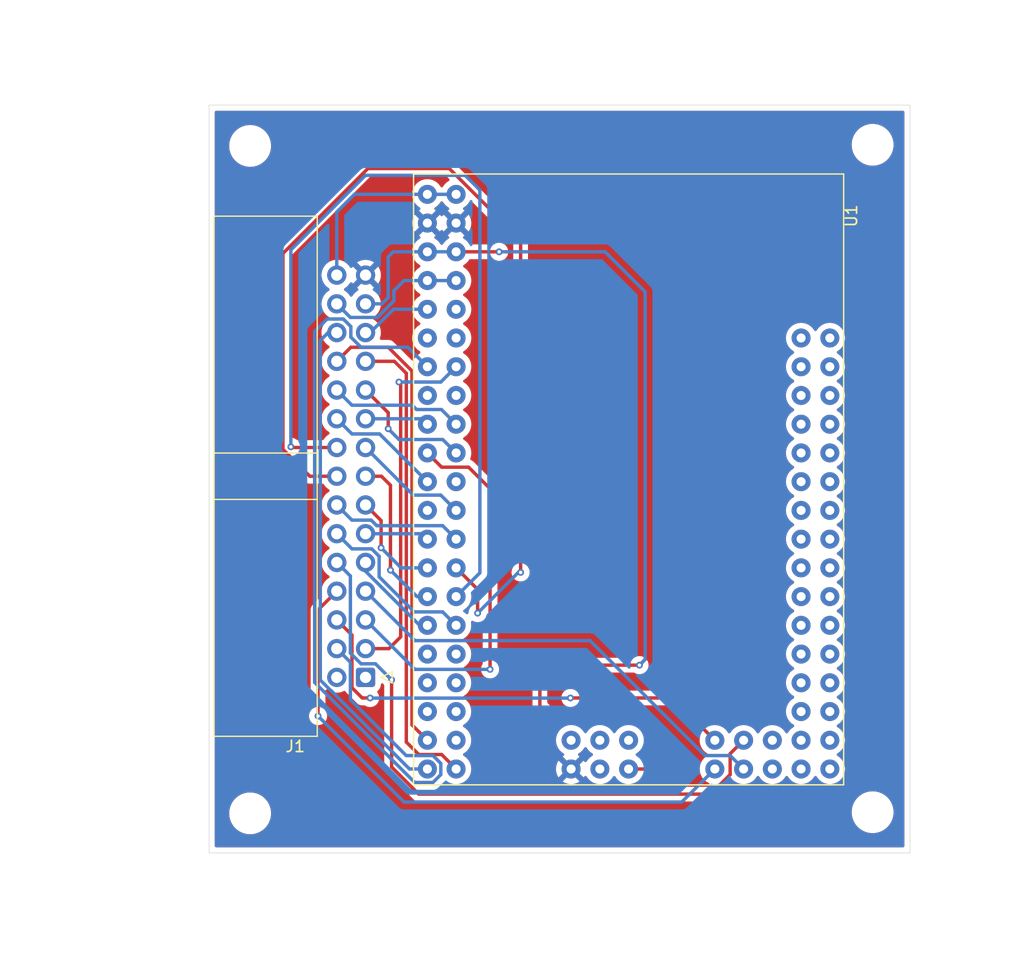
<source format=kicad_pcb>
(kicad_pcb (version 20240108) (generator "pcbnew") (generator_version "8.0")
  (layers (0 "F.Cu" signal) (31 "B.Cu" signal) (34 "B.Paste" user) (35 "F.Paste" user) (36 "B.SilkS" user "B.Silkscreen") (37 "F.SilkS" user "F.Silkscreen") (38 "B.Mask" user) (39 "F.Mask" user) (44 "Edge.Cuts" user))
  (net 0 "")
  (net 1 "PWM4")
  (net 2 "LED3")
  (net 3 "5V")
  (net 4 "RX1")
  (net 5 "LED1")
  (net 6 "LED2")
  (net 7 "TX1")
  (net 8 "GND")
  (net 9 "CSE")
  (net 10 "CLK")
  (net 11 "SDA")
  (net 12 "MOSI")
  (net 13 "TX2")
  (net 14 "VIN")
  (net 16 "TX3")
  (net 17 "PWM3")
  (net 18 "~{RESET}")
  (net 19 "MISO")
  (net 20 "RX3")
  (net 21 "PWM2")
  (net 22 "PWM1")
  (net 23 "INT4")
  (net 24 "3.3V")
  (net 25 "RX2")
  (net 26 "INT5")
  (net 27 "SCL")
  (net 28 "CE")
  (net 30 "LED4")
  (footprint "MEGA_PRO_EMBED_CH340G___ATMEGA2560:MODULE_MEGA_PRO_EMBED_CH340G___ATMEGA2560" (layer "F.Cu") (at 122.34 78.68 -90)
    (property "Reference" "U1" (at -23.295 -19.685 90) (layer "F.SilkS"))
    (property "Value" "MEGA_PRO_EMBED_CH340G___ATMEGA2560")
    (fp_line (start -27 19) (end 27 19) (stroke (width 0.127)) (layer "F.SilkS"))
    (fp_line (start -27 19) (end -27 -19) (stroke (width 0.127)) (layer "F.SilkS"))
    (fp_line (start 27 19) (end 27 -19) (stroke (width 0.127)) (layer "F.SilkS"))
    (fp_line (start -27 -19) (end 27 -19) (stroke (width 0.127)) (layer "F.SilkS"))
    (pad "3V3_1" thru_hole circle (at -17.58 17.78 270) (size 1.6764 1.6764) (drill 0.8) (layers "*.Cu" "*.Mask") (net 24 "3.3V"))
    (pad "3V3_2" thru_hole circle (at -17.58 15.24 270) (size 1.6764 1.6764) (drill 0.8) (layers "*.Cu" "*.Mask") (net 24 "3.3V"))
    (pad "5V_1" thru_hole circle (at -20.12 17.78 270) (size 1.6764 1.6764) (drill 0.8) (layers "*.Cu" "*.Mask") (net 3 "5V"))
    (pad "5V_2" thru_hole circle (at -20.12 15.24 270) (size 1.6764 1.6764) (drill 0.8) (layers "*.Cu" "*.Mask") (net 3 "5V"))
    (pad "5V_3" thru_hole circle (at 25.6 0 270) (size 1.6764 1.6764) (drill 0.8) (layers "*.Cu" "*.Mask") (net 3 "5V"))
    (pad "A0" thru_hole circle (at -12.5 -17.78 270) (size 1.6764 1.6764) (drill 0.8) (layers "*.Cu" "*.Mask"))
    (pad "A1" thru_hole circle (at -12.5 -15.24 270) (size 1.6764 1.6764) (drill 0.8) (layers "*.Cu" "*.Mask"))
    (pad "A2" thru_hole circle (at -9.96 -17.78 270) (size 1.6764 1.6764) (drill 0.8) (layers "*.Cu" "*.Mask"))
    (pad "A3" thru_hole circle (at -9.96 -15.24 270) (size 1.6764 1.6764) (drill 0.8) (layers "*.Cu" "*.Mask"))
    (pad "A4" thru_hole circle (at -7.42 -17.78 270) (size 1.6764 1.6764) (drill 0.8) (layers "*.Cu" "*.Mask"))
    (pad "A5" thru_hole circle (at -7.42 -15.24 270) (size 1.6764 1.6764) (drill 0.8) (layers "*.Cu" "*.Mask"))
    (pad "A6" thru_hole circle (at -4.88 -17.78 270) (size 1.6764 1.6764) (drill 0.8) (layers "*.Cu" "*.Mask"))
    (pad "A7" thru_hole circle (at -4.88 -15.24 270) (size 1.6764 1.6764) (drill 0.8) (layers "*.Cu" "*.Mask"))
    (pad "A8" thru_hole circle (at -2.34 -17.78 270) (size 1.6764 1.6764) (drill 0.8) (layers "*.Cu" "*.Mask"))
    (pad "A9" thru_hole circle (at -2.34 -15.24 270) (size 1.6764 1.6764) (drill 0.8) (layers "*.Cu" "*.Mask"))
    (pad "A10" thru_hole circle (at 0.2 -17.78 270) (size 1.6764 1.6764) (drill 0.8) (layers "*.Cu" "*.Mask"))
    (pad "A11" thru_hole circle (at 0.2 -15.24 270) (size 1.6764 1.6764) (drill 0.8) (layers "*.Cu" "*.Mask"))
    (pad "A12" thru_hole circle (at 2.74 -17.78 270) (size 1.6764 1.6764) (drill 0.8) (layers "*.Cu" "*.Mask"))
    (pad "A13" thru_hole circle (at 2.74 -15.24 270) (size 1.6764 1.6764) (drill 0.8) (layers "*.Cu" "*.Mask"))
    (pad "A14" thru_hole circle (at 5.28 -17.78 270) (size 1.6764 1.6764) (drill 0.8) (layers "*.Cu" "*.Mask"))
    (pad "A15" thru_hole circle (at 5.28 -15.24 270) (size 1.6764 1.6764) (drill 0.8) (layers "*.Cu" "*.Mask"))
    (pad "AREF" thru_hole circle (at -15.04 15.24 270) (size 1.6764 1.6764) (drill 0.8) (layers "*.Cu" "*.Mask"))
    (pad "D2" thru_hole circle (at -9.96 15.24 270) (size 1.6764 1.6764) (drill 0.8) (layers "*.Cu" "*.Mask") (net 23 "INT4"))
    (pad "D3" thru_hole circle (at -9.96 17.78 270) (size 1.6764 1.6764) (drill 0.8) (layers "*.Cu" "*.Mask") (net 26 "INT5"))
    (pad "D4" thru_hole circle (at -7.42 15.24 270) (size 1.6764 1.6764) (drill 0.8) (layers "*.Cu" "*.Mask"))
    (pad "D5" thru_hole circle (at -7.42 17.78 270) (size 1.6764 1.6764) (drill 0.8) (layers "*.Cu" "*.Mask"))
    (pad "D6" thru_hole circle (at -4.88 15.24 270) (size 1.6764 1.6764) (drill 0.8) (layers "*.Cu" "*.Mask") (net 22 "PWM1"))
    (pad "D7" thru_hole circle (at -4.88 17.78 270) (size 1.6764 1.6764) (drill 0.8) (layers "*.Cu" "*.Mask") (net 21 "PWM2"))
    (pad "D8" thru_hole circle (at -2.34 15.24 270) (size 1.6764 1.6764) (drill 0.8) (layers "*.Cu" "*.Mask") (net 30 "LED4"))
    (pad "D9" thru_hole circle (at -2.34 17.78 270) (size 1.6764 1.6764) (drill 0.8) (layers "*.Cu" "*.Mask") (net 28 "CE"))
    (pad "D10" thru_hole circle (at 0.2 15.24 270) (size 1.6764 1.6764) (drill 0.8) (layers "*.Cu" "*.Mask"))
    (pad "D11" thru_hole circle (at 0.2 17.78 270) (size 1.6764 1.6764) (drill 0.8) (layers "*.Cu" "*.Mask") (net 17 "PWM3"))
    (pad "D12" thru_hole circle (at 2.74 15.24 270) (size 1.6764 1.6764) (drill 0.8) (layers "*.Cu" "*.Mask") (net 1 "PWM4"))
    (pad "D13" thru_hole circle (at 2.74 17.78 270) (size 1.6764 1.6764) (drill 0.8) (layers "*.Cu" "*.Mask"))
    (pad "D14" thru_hole circle (at 5.28 15.24 270) (size 1.6764 1.6764) (drill 0.8) (layers "*.Cu" "*.Mask") (net 16 "TX3"))
    (pad "D15" thru_hole circle (at 5.28 17.78 270) (size 1.6764 1.6764) (drill 0.8) (layers "*.Cu" "*.Mask") (net 20 "RX3"))
    (pad "D16" thru_hole circle (at 7.82 15.24 270) (size 1.6764 1.6764) (drill 0.8) (layers "*.Cu" "*.Mask") (net 13 "TX2"))
    (pad "D17" thru_hole circle (at 7.82 17.78 270) (size 1.6764 1.6764) (drill 0.8) (layers "*.Cu" "*.Mask") (net 25 "RX2"))
    (pad "D18" thru_hole circle (at 10.36 15.24 270) (size 1.6764 1.6764) (drill 0.8) (layers "*.Cu" "*.Mask") (net 7 "TX1"))
    (pad "D19" thru_hole circle (at 10.36 17.78 270) (size 1.6764 1.6764) (drill 0.8) (layers "*.Cu" "*.Mask") (net 4 "RX1"))
    (pad "D20" thru_hole circle (at 12.9 15.24 270) (size 1.6764 1.6764) (drill 0.8) (layers "*.Cu" "*.Mask") (net 11 "SDA"))
    (pad "D21" thru_hole circle (at 12.9 17.78 270) (size 1.6764 1.6764) (drill 0.8) (layers "*.Cu" "*.Mask") (net 27 "SCL"))
    (pad "D22" thru_hole circle (at 15.44 15.24 270) (size 1.6764 1.6764) (drill 0.8) (layers "*.Cu" "*.Mask"))
    (pad "D23" thru_hole circle (at 15.44 17.78 270) (size 1.6764 1.6764) (drill 0.8) (layers "*.Cu" "*.Mask"))
    (pad "D24" thru_hole circle (at 17.98 15.24 270) (size 1.6764 1.6764) (drill 0.8) (layers "*.Cu" "*.Mask"))
    (pad "D25" thru_hole circle (at 17.98 17.78 270) (size 1.6764 1.6764) (drill 0.8) (layers "*.Cu" "*.Mask"))
    (pad "D26" thru_hole circle (at 20.52 15.24 270) (size 1.6764 1.6764) (drill 0.8) (layers "*.Cu" "*.Mask"))
    (pad "D27" thru_hole circle (at 20.52 17.78 270) (size 1.6764 1.6764) (drill 0.8) (layers "*.Cu" "*.Mask"))
    (pad "D28" thru_hole circle (at 23.06 15.24 270) (size 1.6764 1.6764) (drill 0.8) (layers "*.Cu" "*.Mask"))
    (pad "D29" thru_hole circle (at 23.06 17.78 270) (size 1.6764 1.6764) (drill 0.8) (layers "*.Cu" "*.Mask") (net 2 "LED3"))
    (pad "D30" thru_hole circle (at 25.6 15.24 270) (size 1.6764 1.6764) (drill 0.8) (layers "*.Cu" "*.Mask") (net 6 "LED2"))
    (pad "D31" thru_hole circle (at 25.6 17.78 270) (size 1.6764 1.6764) (drill 0.8) (layers "*.Cu" "*.Mask") (net 5 "LED1"))
    (pad "D32" thru_hole circle (at 7.82 -17.78 270) (size 1.6764 1.6764) (drill 0.8) (layers "*.Cu" "*.Mask"))
    (pad "D33" thru_hole circle (at 7.82 -15.24 270) (size 1.6764 1.6764) (drill 0.8) (layers "*.Cu" "*.Mask"))
    (pad "D34" thru_hole circle (at 10.36 -17.78 270) (size 1.6764 1.6764) (drill 0.8) (layers "*.Cu" "*.Mask"))
    (pad "D35" thru_hole circle (at 10.36 -15.24 270) (size 1.6764 1.6764) (drill 0.8) (layers "*.Cu" "*.Mask"))
    (pad "D36" thru_hole circle (at 12.9 -17.78 270) (size 1.6764 1.6764) (drill 0.8) (layers "*.Cu" "*.Mask"))
    (pad "D37" thru_hole circle (at 12.9 -15.24 270) (size 1.6764 1.6764) (drill 0.8) (layers "*.Cu" "*.Mask"))
    (pad "D38" thru_hole circle (at 15.44 -17.78 270) (size 1.6764 1.6764) (drill 0.8) (layers "*.Cu" "*.Mask"))
    (pad "D39" thru_hole circle (at 15.44 -15.24 270) (size 1.6764 1.6764) (drill 0.8) (layers "*.Cu" "*.Mask"))
    (pad "D40" thru_hole circle (at 17.98 -17.78 270) (size 1.6764 1.6764) (drill 0.8) (layers "*.Cu" "*.Mask"))
    (pad "D41" thru_hole circle (at 17.98 -15.24 270) (size 1.6764 1.6764) (drill 0.8) (layers "*.Cu" "*.Mask"))
    (pad "D42" thru_hole circle (at 20.52 -17.78 270) (size 1.6764 1.6764) (drill 0.8) (layers "*.Cu" "*.Mask"))
    (pad "D43" thru_hole circle (at 20.52 -15.24 270) (size 1.6764 1.6764) (drill 0.8) (layers "*.Cu" "*.Mask"))
    (pad "D44" thru_hole circle (at 23.06 -17.78 270) (size 1.6764 1.6764) (drill 0.8) (layers "*.Cu" "*.Mask"))
    (pad "D45" thru_hole circle (at 23.06 -15.24 270) (size 1.6764 1.6764) (drill 0.8) (layers "*.Cu" "*.Mask"))
    (pad "D46" thru_hole circle (at 25.6 -17.78 270) (size 1.6764 1.6764) (drill 0.8) (layers "*.Cu" "*.Mask"))
    (pad "D47" thru_hole circle (at 25.6 -15.24 270) (size 1.6764 1.6764) (drill 0.8) (layers "*.Cu" "*.Mask"))
    (pad "D48" thru_hole circle (at 25.6 -12.7 270) (size 1.6764 1.6764) (drill 0.8) (layers "*.Cu" "*.Mask"))
    (pad "D49" thru_hole circle (at 23.06 -12.7 270) (size 1.6764 1.6764) (drill 0.8) (layers "*.Cu" "*.Mask"))
    (pad "D50" thru_hole circle (at 25.6 -10.16 270) (size 1.6764 1.6764) (drill 0.8) (layers "*.Cu" "*.Mask") (net 19 "MISO"))
    (pad "D51" thru_hole circle (at 23.06 -10.16 270) (size 1.6764 1.6764) (drill 0.8) (layers "*.Cu" "*.Mask") (net 12 "MOSI"))
    (pad "D52" thru_hole circle (at 25.6 -7.62 270) (size 1.6764 1.6764) (drill 0.8) (layers "*.Cu" "*.Mask") (net 10 "CLK"))
    (pad "D53" thru_hole circle (at 23.06 -7.62 270) (size 1.6764 1.6764) (drill 0.8) (layers "*.Cu" "*.Mask") (net 9 "CSE"))
    (pad "GND_1" thru_hole circle (at -22.66 17.78 270) (size 1.6764 1.6764) (drill 0.8) (layers "*.Cu" "*.Mask") (net 8 "GND"))
    (pad "GND_2" thru_hole circle (at -22.66 15.24 270) (size 1.6764 1.6764) (drill 0.8) (layers "*.Cu" "*.Mask") (net 8 "GND"))
    (pad "GND_3" thru_hole circle (at 25.6 5.08 270) (size 1.6764 1.6764) (drill 0.8) (layers "*.Cu" "*.Mask") (net 8 "GND"))
    (pad "MISO" thru_hole circle (at 23.06 0 270) (size 1.6764 1.6764) (drill 0.8) (layers "*.Cu" "*.Mask"))
    (pad "MOSI" thru_hole circle (at 25.6 2.54 270) (size 1.6764 1.6764) (drill 0.8) (layers "*.Cu" "*.Mask"))
    (pad "RESET" thru_hole circle (at 23.06 5.08 270) (size 1.6764 1.6764) (drill 0.8) (layers "*.Cu" "*.Mask"))
    (pad "RST" thru_hole circle (at -15.04 17.78 270) (size 1.6764 1.6764) (drill 0.8) (layers "*.Cu" "*.Mask") (net 18 "~{RESET}"))
    (pad "RX" thru_hole circle (at -12.5 15.24 270) (size 1.6764 1.6764) (drill 0.8) (layers "*.Cu" "*.Mask"))
    (pad "SCK" thru_hole circle (at 23.06 2.54 270) (size 1.6764 1.6764) (drill 0.8) (layers "*.Cu" "*.Mask"))
    (pad "TX" thru_hole circle (at -12.5 17.78 270) (size 1.6764 1.6764) (drill 0.8) (layers "*.Cu" "*.Mask"))
    (pad "VIN_1" thru_hole circle (at -25.2 17.78 270) (size 1.6764 1.6764) (drill 0.8) (layers "*.Cu" "*.Mask") (net 14 "VIN"))
    (pad "VIN_2" thru_hole circle (at -25.2 15.24 270) (size 1.6764 1.6764) (drill 0.8) (layers "*.Cu" "*.Mask") (net 14 "VIN"))
  )
  (footprint "Connector_IDC:IDC-Header_2x15_P2.54mm_Horizontal" (layer "F.Cu") (at 99.0975 96.18 180)
    (property "Reference" "J1" (at 6.215 -6.1 180) (layer "F.SilkS"))
    (property "Value" "~")
    (fp_line (start 13.39 40.77) (end 4.27 40.77) (stroke (width 0.12)) (layer "F.SilkS"))
    (fp_line (start 13.39 -5.21) (end 13.39 40.77) (stroke (width 0.12)) (layer "F.SilkS"))
    (fp_line (start 4.27 40.77) (end 4.27 -5.21) (stroke (width 0.12)) (layer "F.SilkS"))
    (fp_line (start 4.27 19.83) (end 13.39 19.83) (stroke (width 0.12)) (layer "F.SilkS"))
    (fp_line (start 4.27 15.73) (end 13.39 15.73) (stroke (width 0.12)) (layer "F.SilkS"))
    (fp_line (start 4.27 -5.21) (end 13.39 -5.21) (stroke (width 0.12)) (layer "F.SilkS"))
    (fp_line (start -1.35 0) (end -2.35 -0.5) (stroke (width 0.12)) (layer "F.SilkS"))
    (fp_line (start -2.35 0.5) (end -1.35 0) (stroke (width 0.12)) (layer "F.SilkS"))
    (fp_line (start -2.35 -0.5) (end -2.35 0.5) (stroke (width 0.12)) (layer "F.SilkS"))
    (pad "1" thru_hole roundrect (at 0 0 180) (size 1.7 1.7) (drill 1) (layers "*.Cu" "*.Mask") (roundrect_rratio 0.147059))
    (pad "2" thru_hole circle (at 2.54 0 180) (size 1.7 1.7) (drill 1) (layers "*.Cu" "*.Mask"))
    (pad "3" thru_hole circle (at 0 2.54 180) (size 1.7 1.7) (drill 1) (layers "*.Cu" "*.Mask") (net 23 "INT4"))
    (pad "4" thru_hole circle (at 2.54 2.54 180) (size 1.7 1.7) (drill 1) (layers "*.Cu" "*.Mask") (net 26 "INT5"))
    (pad "5" thru_hole circle (at 0 5.08 180) (size 1.7 1.7) (drill 1) (layers "*.Cu" "*.Mask") (net 28 "CE"))
    (pad "6" thru_hole circle (at 2.54 5.08 180) (size 1.7 1.7) (drill 1) (layers "*.Cu" "*.Mask") (net 9 "CSE"))
    (pad "7" thru_hole circle (at 0 7.62 180) (size 1.7 1.7) (drill 1) (layers "*.Cu" "*.Mask") (net 19 "MISO"))
    (pad "8" thru_hole circle (at 2.54 7.62 180) (size 1.7 1.7) (drill 1) (layers "*.Cu" "*.Mask") (net 10 "CLK"))
    (pad "9" thru_hole circle (at 0 10.16 180) (size 1.7 1.7) (drill 1) (layers "*.Cu" "*.Mask") (net 27 "SCL"))
    (pad "10" thru_hole circle (at 2.54 10.16 180) (size 1.7 1.7) (drill 1) (layers "*.Cu" "*.Mask") (net 12 "MOSI"))
    (pad "11" thru_hole circle (at 0 12.7 180) (size 1.7 1.7) (drill 1) (layers "*.Cu" "*.Mask") (net 20 "RX3"))
    (pad "12" thru_hole circle (at 2.54 12.7 180) (size 1.7 1.7) (drill 1) (layers "*.Cu" "*.Mask") (net 11 "SDA"))
    (pad "13" thru_hole circle (at 0 15.24 180) (size 1.7 1.7) (drill 1) (layers "*.Cu" "*.Mask") (net 25 "RX2"))
    (pad "14" thru_hole circle (at 2.54 15.24 180) (size 1.7 1.7) (drill 1) (layers "*.Cu" "*.Mask") (net 16 "TX3"))
    (pad "15" thru_hole circle (at 0 17.78 180) (size 1.7 1.7) (drill 1) (layers "*.Cu" "*.Mask") (net 4 "RX1"))
    (pad "16" thru_hole circle (at 2.54 17.78 180) (size 1.7 1.7) (drill 1) (layers "*.Cu" "*.Mask") (net 13 "TX2"))
    (pad "17" thru_hole circle (at 0 20.32 180) (size 1.7 1.7) (drill 1) (layers "*.Cu" "*.Mask") (net 1 "PWM4"))
    (pad "18" thru_hole circle (at 2.54 20.32 180) (size 1.7 1.7) (drill 1) (layers "*.Cu" "*.Mask") (net 7 "TX1"))
    (pad "19" thru_hole circle (at 0 22.86 180) (size 1.7 1.7) (drill 1) (layers "*.Cu" "*.Mask") (net 21 "PWM2"))
    (pad "20" thru_hole circle (at 2.54 22.86 180) (size 1.7 1.7) (drill 1) (layers "*.Cu" "*.Mask") (net 17 "PWM3"))
    (pad "21" thru_hole circle (at 0 25.4 180) (size 1.7 1.7) (drill 1) (layers "*.Cu" "*.Mask") (net 30 "LED4"))
    (pad "22" thru_hole circle (at 2.54 25.4 180) (size 1.7 1.7) (drill 1) (layers "*.Cu" "*.Mask") (net 22 "PWM1"))
    (pad "23" thru_hole circle (at 0 27.94 180) (size 1.7 1.7) (drill 1) (layers "*.Cu" "*.Mask") (net 6 "LED2"))
    (pad "24" thru_hole circle (at 2.54 27.94 180) (size 1.7 1.7) (drill 1) (layers "*.Cu" "*.Mask") (net 2 "LED3"))
    (pad "25" thru_hole circle (at 0 30.48 180) (size 1.7 1.7) (drill 1) (layers "*.Cu" "*.Mask") (net 18 "~{RESET}"))
    (pad "26" thru_hole circle (at 2.54 30.48 180) (size 1.7 1.7) (drill 1) (layers "*.Cu" "*.Mask") (net 5 "LED1"))
    (pad "27" thru_hole circle (at 0 33.02 180) (size 1.7 1.7) (drill 1) (layers "*.Cu" "*.Mask") (net 3 "5V"))
    (pad "28" thru_hole circle (at 2.54 33.02 180) (size 1.7 1.7) (drill 1) (layers "*.Cu" "*.Mask") (net 24 "3.3V"))
    (pad "29" thru_hole circle (at 0 35.56 180) (size 1.7 1.7) (drill 1) (layers "*.Cu" "*.Mask") (net 8 "GND"))
    (pad "30" thru_hole circle (at 2.54 35.56 180) (size 1.7 1.7) (drill 1) (layers "*.Cu" "*.Mask") (net 14 "VIN"))
  )
  (footprint "MountingHole:MountingHole_3.2mm_M3_DIN965" (layer "F.Cu") (at 88.9 108.2)
    (property "Reference" "REF**" (hide yes))
    (property "Value" "MountingHole_3.2mm_M3_DIN965")
    (pad "" np_thru_hole circle (at 0 0) (size 3.2 3.2) (drill 3.2) (layers "F&B.Cu" "*.Mask"))
  )
  (footprint "MountingHole:MountingHole_3.2mm_M3_DIN965" (layer "F.Cu") (at 143.9 108.1)
    (property "Reference" "REF**" (hide yes))
    (property "Value" "MountingHole_3.2mm_M3_DIN965")
    (pad "" np_thru_hole circle (at 0 0) (size 3.2 3.2) (drill 3.2) (layers "F&B.Cu" "*.Mask"))
  )
  (footprint "MountingHole:MountingHole_3.2mm_M3_DIN965" (layer "F.Cu") (at 143.9 49.1)
    (property "Reference" "REF**" (hide yes))
    (property "Value" "MountingHole_3.2mm_M3_DIN965")
    (pad "" np_thru_hole circle (at 0 0) (size 3.2 3.2) (drill 3.2) (layers "*.Cu" "*.Mask"))
  )
  (footprint "MountingHole:MountingHole_3.2mm_M3_DIN965" (layer "F.Cu") (at 88.9 49.2)
    (property "Reference" "REF**" (hide yes))
    (property "Value" "MountingHole_3.2mm_M3_DIN965")
    (pad "" np_thru_hole circle (at 0 0) (size 3.2 3.2) (drill 3.2) (layers "F&B.Cu" "*.Mask"))
  )
  (gr_rect (start 85.2775 45.594555) (end 147.205445 111.7) (stroke (width 0.05)) (fill none) (layer "Edge.Cuts"))
  (segment (start 105.7482 80.0682) (end 107.1 81.42) (width 0.3) (layer "B.Cu") (net 1))
  (segment (start 99.0975 75.86) (end 103.3057 80.0682) (width 0.3) (layer "B.Cu") (net 1))
  (segment (start 103.3057 80.0682) (end 105.7482 80.0682) (width 0.3) (layer "B.Cu") (net 1))
  (segment (start 103.2 100.38) (end 103.2 69.092893) (width 0.3) (layer "F.Cu") (net 2))
  (segment (start 97.7975 67) (end 96.5575 68.24) (width 0.3) (layer "F.Cu") (net 2))
  (segment (start 101.107107 67) (end 97.7975 67) (width 0.3) (layer "F.Cu") (net 2))
  (segment (start 103.2 69.092893) (end 101.107107 67) (width 0.3) (layer "F.Cu") (net 2))
  (segment (start 104.56 101.74) (end 103.2 100.38) (width 0.3) (layer "F.Cu") (net 2))
  (segment (start 115.7 95.1) (end 114.5 96.3) (width 0.3) (layer "F.Cu") (net 3))
  (segment (start 124.5 100.7) (end 124.5 103.6) (width 0.3) (layer "F.Cu") (net 3))
  (segment (start 114.5 98.7) (end 115.5 99.7) (width 0.3) (layer "F.Cu") (net 3))
  (segment (start 123.82 104.28) (end 122.34 104.28) (width 0.3) (layer "F.Cu") (net 3))
  (segment (start 123.5 99.7) (end 124.5 100.7) (width 0.3) (layer "F.Cu") (net 3))
  (segment (start 114.5 96.3) (end 114.5 98.7) (width 0.3) (layer "F.Cu") (net 3))
  (segment (start 123.3 95.1) (end 115.7 95.1) (width 0.3) (layer "F.Cu") (net 3))
  (segment (start 110.9 58.56) (end 107.1 58.56) (width 0.3) (layer "F.Cu") (net 3))
  (segment (start 124.5 103.6) (end 123.82 104.28) (width 0.3) (layer "F.Cu") (net 3))
  (segment (start 115.5 99.7) (end 123.5 99.7) (width 0.3) (layer "F.Cu") (net 3))
  (via (at 123.3 95.1) (size 0.6) (drill 0.3) (layers "F.Cu" "B.Cu") (net 3))
  (via (at 110.9 58.56) (size 0.6) (drill 0.3) (layers "F.Cu" "B.Cu") (net 3))
  (segment (start 99.0975 63.16) (end 100.54 63.16) (width 0.3) (layer "B.Cu") (net 3))
  (segment (start 100.54 63.16) (end 101.1 62.6) (width 0.3) (layer "B.Cu") (net 3))
  (segment (start 123.8 62.1) (end 123.8 94.6) (width 0.3) (layer "B.Cu") (net 3))
  (segment (start 123.8 94.6) (end 123.3 95.1) (width 0.3) (layer "B.Cu") (net 3))
  (segment (start 101.1 62.6) (end 101.1 59) (width 0.3) (layer "B.Cu") (net 3))
  (segment (start 101.1 59) (end 101.54 58.56) (width 0.3) (layer "B.Cu") (net 3))
  (segment (start 120.26 58.56) (end 123.8 62.1) (width 0.3) (layer "B.Cu") (net 3))
  (segment (start 104.56 58.56) (end 107.1 58.56) (width 0.3) (layer "B.Cu") (net 3))
  (segment (start 123.3 95.1) (end 123.4 95) (width 0.3) (layer "B.Cu") (net 3))
  (segment (start 101.54 58.56) (end 104.56 58.56) (width 0.3) (layer "B.Cu") (net 3))
  (segment (start 110.9 58.56) (end 120.26 58.56) (width 0.3) (layer "B.Cu") (net 3))
  (segment (start 101.3 79.2) (end 101.3 86.7) (width 0.3) (layer "F.Cu") (net 4))
  (segment (start 99.0975 78.4) (end 100.5 78.4) (width 0.3) (layer "F.Cu") (net 4))
  (segment (start 100.5 78.4) (end 101.3 79.2) (width 0.3) (layer "F.Cu") (net 4))
  (segment (start 101.3 86.7) (end 101.4 86.6) (width 0.3) (layer "F.Cu") (net 4))
  (via (at 101.3 86.7) (size 0.6) (drill 0.3) (layers "F.Cu" "B.Cu") (net 4))
  (segment (start 103.64 89.04) (end 104.56 89.04) (width 0.3) (layer "B.Cu") (net 4))
  (segment (start 101.3 86.7) (end 103.64 89.04) (width 0.3) (layer "B.Cu") (net 4))
  (segment (start 95.1 96.419557) (end 96.060443 97.38) (width 0.3) (layer "B.Cu") (net 5))
  (segment (start 95.1 66.4) (end 95.1 96.419557) (width 0.3) (layer "B.Cu") (net 5))
  (segment (start 96.060443 97.38) (end 96.08 97.38) (width 0.3) (layer "B.Cu") (net 5))
  (segment (start 102.98 104.28) (end 104.56 104.28) (width 0.3) (layer "B.Cu") (net 5))
  (segment (start 96.5575 65.7) (end 95.8 65.7) (width 0.3) (layer "B.Cu") (net 5))
  (segment (start 95.8 65.7) (end 95.1 66.4) (width 0.3) (layer "B.Cu") (net 5))
  (segment (start 96.08 97.38) (end 102.98 104.28) (width 0.3) (layer "B.Cu") (net 5))
  (segment (start 102.7 101.9) (end 103.8 103) (width 0.3) (layer "F.Cu") (net 6))
  (segment (start 101.640001 68.24) (end 102.7 69.299999) (width 0.3) (layer "F.Cu") (net 6))
  (segment (start 105.82 103) (end 107.1 104.28) (width 0.3) (layer "F.Cu") (net 6))
  (segment (start 103.8 103) (end 105.82 103) (width 0.3) (layer "F.Cu") (net 6))
  (segment (start 99.0975 68.24) (end 101.640001 68.24) (width 0.3) (layer "F.Cu") (net 6))
  (segment (start 102.7 69.299999) (end 102.7 101.9) (width 0.3) (layer "F.Cu") (net 6))
  (segment (start 92.56 75.86) (end 96.5575 75.86) (width 0.3) (layer "F.Cu") (net 7))
  (segment (start 92.5 75.8) (end 92.56 75.86) (width 0.3) (layer "F.Cu") (net 7))
  (via (at 92.5 75.8) (size 0.6) (drill 0.3) (layers "F.Cu" "B.Cu") (net 7))
  (segment (start 92.5 58.392894) (end 99.092894 51.8) (width 0.3) (layer "B.Cu") (net 7))
  (segment (start 99.092894 51.8) (end 107.9 51.8) (width 0.3) (layer "B.Cu") (net 7))
  (segment (start 109.2 53.1) (end 109.2 86.94) (width 0.3) (layer "B.Cu") (net 7))
  (segment (start 107.9 51.8) (end 109.2 53.1) (width 0.3) (layer "B.Cu") (net 7))
  (segment (start 109.2 86.94) (end 107.1 89.04) (width 0.3) (layer "B.Cu") (net 7))
  (segment (start 92.5 75.8) (end 92.5 58.392894) (width 0.3) (layer "B.Cu") (net 7))
  (segment (start 126.22 98) (end 129.96 101.74) (width 0.3) (layer "F.Cu") (net 9))
  (segment (start 99.5 98) (end 98.8 98) (width 0.3) (layer "F.Cu") (net 9))
  (segment (start 97.8975 97.0975) (end 97.8975 92.44) (width 0.3) (layer "F.Cu") (net 9))
  (segment (start 98.8 98) (end 97.8975 97.0975) (width 0.3) (layer "F.Cu") (net 9))
  (segment (start 117.2 98) (end 126.22 98) (width 0.3) (layer "F.Cu") (net 9))
  (segment (start 97.8975 92.44) (end 96.5575 91.1) (width 0.3) (layer "F.Cu") (net 9))
  (via (at 117.2 98) (size 0.6) (drill 0.3) (layers "F.Cu" "B.Cu") (net 9))
  (via (at 99.5 98) (size 0.6) (drill 0.3) (layers "F.Cu" "B.Cu") (net 9))
  (segment (start 117.1 98.0118) (end 117.0882 98.0118) (width 0.3) (layer "B.Cu") (net 9))
  (segment (start 117.0764 98.0118) (end 117.2 98) (width 0.3) (layer "B.Cu") (net 9))
  (segment (start 99.5 98) (end 99.5118 98.0118) (width 0.3) (layer "B.Cu") (net 9))
  (segment (start 99.5118 98.0118) (end 117.0764 98.0118) (width 0.3) (layer "B.Cu") (net 9))
  (segment (start 117.2 98) (end 117.1 98.0118) (width 0.3) (layer "B.Cu") (net 9))
  (segment (start 94.9 90.2175) (end 96.5575 88.56) (width 0.3) (layer "F.Cu") (net 10))
  (segment (start 94.9 99.6) (end 94.9 90.2175) (width 0.3) (layer "F.Cu") (net 10))
  (via (at 94.9 99.6) (size 0.6) (drill 0.3) (layers "F.Cu" "B.Cu") (net 10))
  (segment (start 102.5 107.2) (end 94.9 99.6) (width 0.3) (layer "B.Cu") (net 10))
  (segment (start 129.96 104.28) (end 127.04 107.2) (width 0.3) (layer "B.Cu") (net 10))
  (segment (start 127.04 107.2) (end 102.5 107.2) (width 0.3) (layer "B.Cu") (net 10))
  (segment (start 100.2975 87.290394) (end 103.398906 90.3918) (width 0.3) (layer "B.Cu") (net 11))
  (segment (start 97.8975 84.82) (end 99.643969 84.82) (width 0.3) (layer "B.Cu") (net 11))
  (segment (start 105.9118 90.3918) (end 107.1 91.58) (width 0.3) (layer "B.Cu") (net 11))
  (segment (start 96.5575 83.48) (end 97.8975 84.82) (width 0.3) (layer "B.Cu") (net 11))
  (segment (start 100.2975 85.473531) (end 100.2975 87.290394) (width 0.3) (layer "B.Cu") (net 11))
  (segment (start 103.398906 90.3918) (end 105.9118 90.3918) (width 0.3) (layer "B.Cu") (net 11))
  (segment (start 99.643969 84.82) (end 100.2975 85.473531) (width 0.3) (layer "B.Cu") (net 11))
  (segment (start 101.4 96.4) (end 101.4 104.1) (width 0.3) (layer "F.Cu") (net 12))
  (segment (start 103.8 106.5) (end 129.583969 106.5) (width 0.3) (layer "F.Cu") (net 12))
  (segment (start 131.3118 102.9282) (end 132.5 101.74) (width 0.3) (layer "F.Cu") (net 12))
  (segment (start 129.583969 106.5) (end 131.3118 104.772169) (width 0.3) (layer "F.Cu") (net 12))
  (segment (start 131.3118 104.772169) (end 131.3118 102.9282) (width 0.3) (layer "F.Cu") (net 12))
  (segment (start 101.4 104.1) (end 103.8 106.5) (width 0.3) (layer "F.Cu") (net 12))
  (via (at 101.4 96.4) (size 0.6) (drill 0.3) (layers "F.Cu" "B.Cu") (net 12))
  (segment (start 97.7575 94.0375) (end 98.7 94.98) (width 0.3) (layer "B.Cu") (net 12))
  (segment (start 98.7 94.98) (end 99.98 94.98) (width 0.3) (layer "B.Cu") (net 12))
  (segment (start 99.98 94.98) (end 101.4 96.4) (width 0.3) (layer "B.Cu") (net 12))
  (segment (start 97.7575 87.22) (end 97.7575 94.0375) (width 0.3) (layer "B.Cu") (net 12))
  (segment (start 96.5575 86.02) (end 97.7575 87.22) (width 0.3) (layer "B.Cu") (net 12))
  (segment (start 109 90.5) (end 109 88.4) (width 0.3) (layer "F.Cu") (net 13))
  (segment (start 96.5575 78.4) (end 94.180761 78.4) (width 0.3) (layer "F.Cu") (net 13))
  (segment (start 91.8 58.7) (end 99.3 51.2) (width 0.3) (layer "F.Cu") (net 13))
  (segment (start 112.8 86.9) (end 112.8 86.7) (width 0.3) (layer "F.Cu") (net 13))
  (segment (start 94.180761 78.4) (end 91.8 76.019239) (width 0.3) (layer "F.Cu") (net 13))
  (segment (start 112.8 57.499631) (end 112.8 86.9) (width 0.3) (layer "F.Cu") (net 13))
  (segment (start 106.500369 51.2) (end 112.8 57.499631) (width 0.3) (layer "F.Cu") (net 13))
  (segment (start 99.3 51.2) (end 106.500369 51.2) (width 0.3) (layer "F.Cu") (net 13))
  (segment (start 109 88.4) (end 107.1 86.5) (width 0.3) (layer "F.Cu") (net 13))
  (segment (start 91.8 76.019239) (end 91.8 58.7) (width 0.3) (layer "F.Cu") (net 13))
  (via (at 112.8 86.9) (size 0.6) (drill 0.3) (layers "F.Cu" "B.Cu") (net 13))
  (via (at 109 90.5) (size 0.6) (drill 0.3) (layers "F.Cu" "B.Cu") (net 13))
  (segment (start 112.6 86.9) (end 109 90.5) (width 0.3) (layer "B.Cu") (net 13))
  (segment (start 109 90.5) (end 109.1 90.4) (width 0.3) (layer "B.Cu") (net 13))
  (segment (start 112.8 86.9) (end 112.6 86.9) (width 0.3) (layer "B.Cu") (net 13))
  (segment (start 96.5575 55.0425) (end 98.12 53.48) (width 0.3) (layer "B.Cu") (net 14))
  (segment (start 107.1 53.48) (end 104.56 53.48) (width 0.3) (layer "B.Cu") (net 14))
  (segment (start 98.12 53.48) (end 104.56 53.48) (width 0.3) (layer "B.Cu") (net 14))
  (segment (start 96.5575 60.62) (end 96.5575 55.0425) (width 0.3) (layer "B.Cu") (net 14))
  (segment (start 96.5575 80.94) (end 97.8975 82.28) (width 0.3) (layer "B.Cu") (net 16))
  (segment (start 99.594557 82.28) (end 100.086357 82.7718) (width 0.3) (layer "B.Cu") (net 16))
  (segment (start 100.086357 82.7718) (end 105.9118 82.7718) (width 0.3) (layer "B.Cu") (net 16))
  (segment (start 97.8975 82.28) (end 99.594557 82.28) (width 0.3) (layer "B.Cu") (net 16))
  (segment (start 105.9118 82.7718) (end 107.1 83.96) (width 0.3) (layer "B.Cu") (net 16))
  (segment (start 97.8975 74.66) (end 100.34 74.66) (width 0.3) (layer "B.Cu") (net 17))
  (segment (start 96.5575 73.32) (end 97.8975 74.66) (width 0.3) (layer "B.Cu") (net 17))
  (segment (start 100.34 74.66) (end 104.56 78.88) (width 0.3) (layer "B.Cu") (net 17))
  (segment (start 104.56 63.64) (end 101.567106 63.64) (width 0.3) (layer "B.Cu") (net 18))
  (segment (start 99.507106 65.7) (end 99.0975 65.7) (width 0.3) (layer "B.Cu") (net 18))
  (segment (start 101.567106 63.64) (end 99.507106 65.7) (width 0.3) (layer "B.Cu") (net 18))
  (segment (start 103.4693 92.9318) (end 118.931801 92.9318) (width 0.3) (layer "B.Cu") (net 19))
  (segment (start 118.931801 92.9318) (end 129.091801 103.0918) (width 0.3) (layer "B.Cu") (net 19))
  (segment (start 99.0975 88.56) (end 103.4693 92.9318) (width 0.3) (layer "B.Cu") (net 19))
  (segment (start 129.091801 103.0918) (end 131.3118 103.0918) (width 0.3) (layer "B.Cu") (net 19))
  (segment (start 131.3118 103.0918) (end 132.5 104.28) (width 0.3) (layer "B.Cu") (net 19))
  (segment (start 104.08 83.48) (end 104.56 83.96) (width 0.3) (layer "B.Cu") (net 20))
  (segment (start 99.0975 83.48) (end 104.08 83.48) (width 0.3) (layer "B.Cu") (net 20))
  (segment (start 99.0975 73.32) (end 104.08 73.32) (width 0.3) (layer "B.Cu") (net 21))
  (segment (start 104.08 73.32) (end 104.56 73.8) (width 0.3) (layer "B.Cu") (net 21))
  (segment (start 105.8 72.5) (end 107.1 73.8) (width 0.3) (layer "B.Cu") (net 22))
  (segment (start 103.22 72.12) (end 103.6 72.5) (width 0.3) (layer "B.Cu") (net 22))
  (segment (start 96.5575 70.78) (end 97.8975 72.12) (width 0.3) (layer "B.Cu") (net 22))
  (segment (start 103.6 72.5) (end 105.8 72.5) (width 0.3) (layer "B.Cu") (net 22))
  (segment (start 97.8975 72.12) (end 103.22 72.12) (width 0.3) (layer "B.Cu") (net 22))
  (segment (start 102.05 70.0718) (end 102.2 70.2218) (width 0.3) (layer "F.Cu") (net 23))
  (segment (start 102.2 92.6) (end 101.16 93.64) (width 0.3) (layer "F.Cu") (net 23))
  (segment (start 101.16 93.64) (end 99.0975 93.64) (width 0.3) (layer "F.Cu") (net 23))
  (segment (start 102.2 70.2218) (end 102.2 92.6) (width 0.3) (layer "F.Cu") (net 23))
  (via (at 102.05 70.0718) (size 0.6) (drill 0.3) (layers "F.Cu" "B.Cu") (net 23))
  (segment (start 102.05 70.0718) (end 105.7482 70.0718) (width 0.3) (layer "B.Cu") (net 23))
  (segment (start 105.7482 70.0718) (end 107.1 68.72) (width 0.3) (layer "B.Cu") (net 23))
  (segment (start 104.56 61.1) (end 107.1 61.1) (width 0.3) (layer "B.Cu") (net 24))
  (segment (start 97.7575 64.36) (end 100.14 64.36) (width 0.3) (layer "B.Cu") (net 24))
  (segment (start 102.5 61.1) (end 104.56 61.1) (width 0.3) (layer "B.Cu") (net 24))
  (segment (start 101.6 62) (end 102.5 61.1) (width 0.3) (layer "B.Cu") (net 24))
  (segment (start 96.5575 63.16) (end 97.7575 64.36) (width 0.3) (layer "B.Cu") (net 24))
  (segment (start 100.14 64.36) (end 101.6 62.9) (width 0.3) (layer "B.Cu") (net 24))
  (segment (start 101.6 62.9) (end 101.6 62) (width 0.3) (layer "B.Cu") (net 24))
  (segment (start 100.471603 84.728395) (end 100.471603 82.314103) (width 0.3) (layer "F.Cu") (net 25))
  (segment (start 100.471603 82.314103) (end 99.0975 80.94) (width 0.3) (layer "F.Cu") (net 25))
  (via (at 100.471603 84.728395) (size 0.6) (drill 0.3) (layers "F.Cu" "B.Cu") (net 25))
  (segment (start 102.243208 86.5) (end 104.56 86.5) (width 0.3) (layer "B.Cu") (net 25))
  (segment (start 100.471603 84.728395) (end 102.243208 86.5) (width 0.3) (layer "B.Cu") (net 25))
  (segment (start 102.84 67) (end 104.56 68.72) (width 0.3) (layer "B.Cu") (net 26))
  (segment (start 98.700443 67) (end 102.84 67) (width 0.3) (layer "B.Cu") (net 26))
  (segment (start 97.7575 98.157869) (end 102.691431 103.0918) (width 0.3) (layer "B.Cu") (net 26))
  (segment (start 96.5575 93.64) (end 97.7575 94.84) (width 0.3) (layer "B.Cu") (net 26))
  (segment (start 96.5575 93.64) (end 96.34 93.64) (width 0.3) (layer "B.Cu") (net 26))
  (segment (start 105.052169 105.4682) (end 103.441536 105.4682) (width 0.3) (layer "B.Cu") (net 26))
  (segment (start 97.8 65.172722) (end 97.8 66.099557) (width 0.3) (layer "B.Cu") (net 26))
  (segment (start 105.052169 103.0918) (end 105.7482 103.787831) (width 0.3) (layer "B.Cu") (net 26))
  (segment (start 95.7 64.5) (end 97.127278 64.5) (width 0.3) (layer "B.Cu") (net 26))
  (segment (start 105.7482 103.787831) (end 105.7482 104.772169) (width 0.3) (layer "B.Cu") (net 26))
  (segment (start 97.8 66.099557) (end 98.700443 67) (width 0.3) (layer "B.Cu") (net 26))
  (segment (start 105.7482 104.772169) (end 105.052169 105.4682) (width 0.3) (layer "B.Cu") (net 26))
  (segment (start 96.34 93.64) (end 96.3 93.6) (width 0.3) (layer "B.Cu") (net 26))
  (segment (start 94.6 96.626664) (end 94.6 65.6) (width 0.3) (layer "B.Cu") (net 26))
  (segment (start 97.7575 94.84) (end 97.7575 98.157869) (width 0.3) (layer "B.Cu") (net 26))
  (segment (start 97.127278 64.5) (end 97.8 65.172722) (width 0.3) (layer "B.Cu") (net 26))
  (segment (start 94.6 65.6) (end 95.7 64.5) (width 0.3) (layer "B.Cu") (net 26))
  (segment (start 102.691431 103.0918) (end 105.052169 103.0918) (width 0.3) (layer "B.Cu") (net 26))
  (segment (start 103.441536 105.4682) (end 94.6 96.626664) (width 0.3) (layer "B.Cu") (net 26))
  (segment (start 99.0975 86.7975) (end 103.88 91.58) (width 0.3) (layer "B.Cu") (net 27))
  (segment (start 103.88 91.58) (end 104.56 91.58) (width 0.3) (layer "B.Cu") (net 27))
  (segment (start 99.0975 86.02) (end 99.0975 86.7975) (width 0.3) (layer "B.Cu") (net 27))
  (segment (start 104.56 76.34) (end 105.82 77.6) (width 0.3) (layer "F.Cu") (net 28))
  (segment (start 110.1 79.5) (end 110.1 95.4718) (width 0.3) (layer "F.Cu") (net 28))
  (segment (start 108.2 77.6) (end 110.1 79.5) (width 0.3) (layer "F.Cu") (net 28))
  (segment (start 105.82 77.6) (end 108.2 77.6) (width 0.3) (layer "F.Cu") (net 28))
  (via (at 110.1 95.4718) (size 0.6) (drill 0.3) (layers "F.Cu" "B.Cu") (net 28))
  (segment (start 103.4693 95.4718) (end 99.0975 91.1) (width 0.3) (layer "B.Cu") (net 28))
  (segment (start 110.1 95.4718) (end 103.4693 95.4718) (width 0.3) (layer "B.Cu") (net 28))
  (segment (start 101.1 72.7825) (end 99.0975 70.78) (width 0.3) (layer "F.Cu") (net 30))
  (segment (start 101.1 74.2) (end 101.1 72.7825) (width 0.3) (layer "F.Cu") (net 30))
  (via (at 101.1 74.2) (size 0.6) (drill 0.3) (layers "F.Cu" "B.Cu") (net 30))
  (segment (start 102.0518 75.1518) (end 101.1 74.2) (width 0.3) (layer "B.Cu") (net 30))
  (segment (start 107.1 76.34) (end 105.9118 75.1518) (width 0.3) (layer "B.Cu") (net 30))
  (segment (start 105.9118 75.1518) (end 102.0518 75.1518) (width 0.3) (layer "B.Cu") (net 30))
  (zone (net 8) (net_name "GND") (layers "F&B.Cu") (connect_pads (clearance 0.5)) (min_thickness 0.25) (fill yes (thermal_gap 0.5) (thermal_bridge_width 0.5))
    (polygon (pts (xy 66.8 36.3) (xy 157.3 36.3) (xy 157.3 114.7) (xy 150.3 121.7) (xy 74.8 121.7) (xy 66.8 113.7)))
  )
)
</source>
